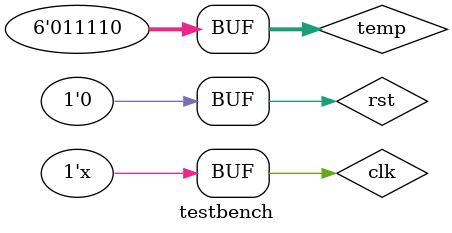
<source format=v>
`timescale 1ns / 1ps

module testbench();
reg[5:0] temp;
reg clk,rst;
wire[10:0] out;
wire valid;

tempe uut(.temp(temp), .clk(clk), .rst(rst), .out(out), .valid(valid));

initial begin
    rst=1;
    temp=6'd0;
    clk=0;
    #15;
    rst=0;
    temp=6'd10;
    #200;
    temp=6'd30;
end
always
#5 clk=~clk;
    
endmodule

</source>
